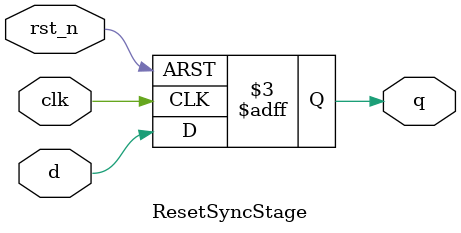
<source format=sv>
module ResetSynchronizer (
    input  wire clk,
    input  wire rst_n,
    output wire rst_sync
);
    wire rst_sync_stage1;

    // First Stage: Reset Flip-Flop
    ResetSyncStage #(
        .INIT_VALUE(1'b0)
    ) u_stage1 (
        .clk    (clk),
        .rst_n  (rst_n),
        .d      (1'b1),
        .q      (rst_sync_stage1)
    );

    // Second Stage: Reset Flip-Flop
    ResetSyncStage #(
        .INIT_VALUE(1'b0)
    ) u_stage2 (
        .clk    (clk),
        .rst_n  (rst_n),
        .d      (rst_sync_stage1),
        .q      (rst_sync)
    );
endmodule

//-----------------------------------------------------------------------------
// Module: ResetSyncStage
// Description: Single-stage reset synchronizer flip-flop with async reset.
// Parameters:
//   - INIT_VALUE: Initial value after reset
//-----------------------------------------------------------------------------
module ResetSyncStage #(
    parameter INIT_VALUE = 1'b0
)(
    input  wire clk,
    input  wire rst_n,
    input  wire d,
    output reg  q
);
    always @(posedge clk or negedge rst_n) begin
        if (!rst_n)
            q <= INIT_VALUE;
        else
            q <= d;
    end
endmodule
</source>
